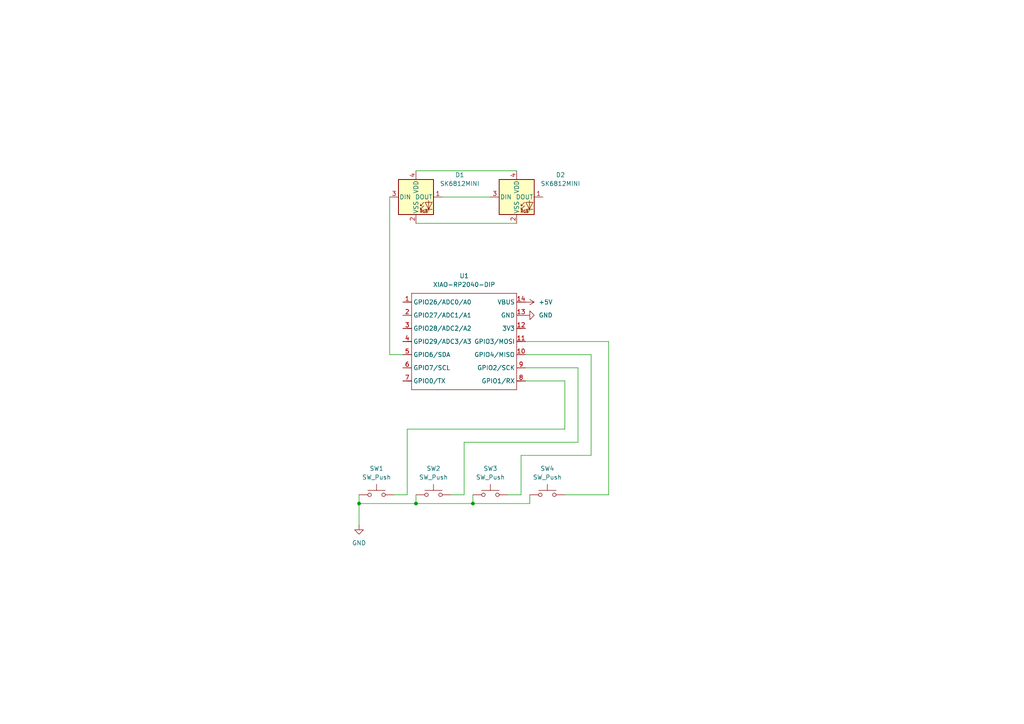
<source format=kicad_sch>
(kicad_sch (version 20250114) (generator "eeschema") (generator_version "9.0")
  (paper "A4")
  (lib_symbols
    (symbol "LED:SK6812MINI" (pin_names (offset 0.254))
      (property "Reference" "D" (at 5.08 5.715 0))
      (property "Value" "SK6812MINI" (at 1.27 -5.715 0))
      (symbol "SK6812MINI_0_0"
        (text "RGB" (at 2.286 -4.191 0) (effects (font (size 0.762 0.762))))
      )
      (symbol "SK6812MINI_0_1"
        (polyline (pts (xy 1.27 -2.54) (xy 1.778 -2.54)))
        (polyline (pts (xy 1.27 -3.556) (xy 1.778 -3.556)))
        (polyline (pts (xy 2.286 -1.524) (xy 1.27 -2.54) (xy 1.27 -2.032)))
        (polyline (pts (xy 2.286 -2.54) (xy 1.27 -3.556) (xy 1.27 -3.048)))
        (polyline (pts (xy 3.683 -1.016) (xy 3.683 -3.556) (xy 3.683 -4.064)))
        (polyline (pts (xy 4.699 -1.524) (xy 2.667 -1.524) (xy 3.683 -3.556) (xy 4.699 -1.524)))
        (polyline (pts (xy 4.699 -3.556) (xy 2.667 -3.556)))
        (rectangle (start 5.08 5.08) (end -5.08 -5.08) (stroke (width 0.254)) (fill (type background)))
      )
      (symbol "SK6812MINI_1_1"
        (pin input line (at -7.62 0 0) (length 2.54) (name "DIN") (number "3"))
        (pin power_in line (at 0 7.62 270) (length 2.54) (name "VDD") (number "4"))
        (pin power_in line (at 0 -7.62 90) (length 2.54) (name "VSS") (number "2"))
        (pin output line (at 7.62 0 180) (length 2.54) (name "DOUT") (number "1"))
      )
    )
    (symbol "OPL:XIAO-RP2040-DIP"
      (property "Reference" "U" (at 0 0 0))
      (property "Value" "XIAO-RP2040-DIP" (at 5.334 -1.778 0))
      (symbol "XIAO-RP2040-DIP_1_0"
        (polyline (pts (xy -1.27 -2.54) (xy 29.21 -2.54)) (stroke (width 0.1524)))
        (polyline (pts (xy -1.27 -5.08) (xy -2.54 -5.08)) (stroke (width 0.1524)))
        (polyline (pts (xy -1.27 -5.08) (xy -1.27 -2.54)) (stroke (width 0.1524)))
        (polyline (pts (xy -1.27 -8.89) (xy -2.54 -8.89)) (stroke (width 0.1524)))
        (polyline (pts (xy -1.27 -8.89) (xy -1.27 -5.08)) (stroke (width 0.1524)))
        (polyline (pts (xy -1.27 -12.7) (xy -2.54 -12.7)) (stroke (width 0.1524)))
        (polyline (pts (xy -1.27 -12.7) (xy -1.27 -8.89)) (stroke (width 0.1524)))
        (polyline (pts (xy -1.27 -16.51) (xy -2.54 -16.51)) (stroke (width 0.1524)))
        (polyline (pts (xy -1.27 -16.51) (xy -1.27 -12.7)) (stroke (width 0.1524)))
        (polyline (pts (xy -1.27 -20.32) (xy -2.54 -20.32)) (stroke (width 0.1524)))
        (polyline (pts (xy -1.27 -24.13) (xy -2.54 -24.13)) (stroke (width 0.1524)))
        (polyline (pts (xy -1.27 -27.94) (xy -2.54 -27.94)) (stroke (width 0.1524)))
        (polyline (pts (xy -1.27 -30.48) (xy -1.27 -16.51)) (stroke (width 0.1524)))
        (polyline (pts (xy 29.21 -2.54) (xy 29.21 -5.08)) (stroke (width 0.1524)))
        (polyline (pts (xy 29.21 -5.08) (xy 29.21 -8.89)) (stroke (width 0.1524)))
        (polyline (pts (xy 29.21 -8.89) (xy 29.21 -12.7)) (stroke (width 0.1524)))
        (polyline (pts (xy 29.21 -12.7) (xy 29.21 -30.48)) (stroke (width 0.1524)))
        (polyline (pts (xy 29.21 -30.48) (xy -1.27 -30.48)) (stroke (width 0.1524)))
        (polyline (pts (xy 30.48 -5.08) (xy 29.21 -5.08)) (stroke (width 0.1524)))
        (polyline (pts (xy 30.48 -8.89) (xy 29.21 -8.89)) (stroke (width 0.1524)))
        (polyline (pts (xy 30.48 -12.7) (xy 29.21 -12.7)) (stroke (width 0.1524)))
        (polyline (pts (xy 30.48 -16.51) (xy 29.21 -16.51)) (stroke (width 0.1524)))
        (polyline (pts (xy 30.48 -20.32) (xy 29.21 -20.32)) (stroke (width 0.1524)))
        (polyline (pts (xy 30.48 -24.13) (xy 29.21 -24.13)) (stroke (width 0.1524)))
        (polyline (pts (xy 30.48 -27.94) (xy 29.21 -27.94)) (stroke (width 0.1524)))
        (pin passive line (at -3.81 -5.08 0) (length 2.54) (name "GPIO26/ADC0/A0") (number "1"))
        (pin passive line (at -3.81 -8.89 0) (length 2.54) (name "GPIO27/ADC1/A1") (number "2"))
        (pin passive line (at -3.81 -12.7 0) (length 2.54) (name "GPIO28/ADC2/A2") (number "3"))
        (pin passive line (at -3.81 -16.51 0) (length 2.54) (name "GPIO29/ADC3/A3") (number "4"))
        (pin passive line (at -3.81 -20.32 0) (length 2.54) (name "GPIO6/SDA") (number "5"))
        (pin passive line (at -3.81 -24.13 0) (length 2.54) (name "GPIO7/SCL") (number "6"))
        (pin passive line (at -3.81 -27.94 0) (length 2.54) (name "GPIO0/TX") (number "7"))
        (pin passive line (at 31.75 -5.08 180) (length 2.54) (name "VBUS") (number "14"))
        (pin passive line (at 31.75 -8.89 180) (length 2.54) (name "GND") (number "13"))
        (pin passive line (at 31.75 -12.7 180) (length 2.54) (name "3V3") (number "12"))
        (pin passive line (at 31.75 -16.51 180) (length 2.54) (name "GPIO3/MOSI") (number "11"))
        (pin passive line (at 31.75 -20.32 180) (length 2.54) (name "GPIO4/MISO") (number "10"))
        (pin passive line (at 31.75 -24.13 180) (length 2.54) (name "GPIO2/SCK") (number "9"))
        (pin passive line (at 31.75 -27.94 180) (length 2.54) (name "GPIO1/RX") (number "8"))
      )
    )
    (symbol "Switch:SW_Push" (pin_numbers (hide yes)) (pin_names (offset 1.016) (hide yes))
      (property "Reference" "SW" (at 1.27 2.54 0))
      (property "Value" "SW_Push" (at 0 -1.524 0))
      (symbol "SW_Push_0_1"
        (circle (center -2.032 0) (radius 0.508))
        (polyline (pts (xy 0 1.27) (xy 0 3.048)))
        (circle (center 2.032 0) (radius 0.508))
        (polyline (pts (xy 2.54 1.27) (xy -2.54 1.27)))
        (pin passive line (at -5.08 0 0) (length 2.54) (name "1") (number "1"))
        (pin passive line (at 5.08 0 180) (length 2.54) (name "2") (number "2"))
      )
    )
    (symbol "power:+5V" (power) (pin_numbers (hide yes)) (pin_names (offset 0) (hide yes))
      (property "Value" "+5V" (at 0 3.556 0))
      (symbol "+5V_0_1"
        (polyline (pts (xy -0.762 1.27) (xy 0 2.54)))
        (polyline (pts (xy 0 2.54) (xy 0.762 1.27)))
        (polyline (pts (xy 0 0) (xy 0 2.54)))
      )
      (symbol "+5V_1_1"
        (pin power_in line (at 0 0 90) (length 0) (name "~") (number "1"))
      )
    )
    (symbol "power:GND" (power) (pin_numbers (hide yes)) (pin_names (offset 0) (hide yes))
      (property "Value" "GND" (at 0 -3.81 0))
      (symbol "GND_0_1"
        (polyline (pts (xy 0 0) (xy 0 -1.27) (xy 1.27 -1.27) (xy 0 -2.54) (xy -1.27 -1.27) (xy 0 -1.27)))
      )
      (symbol "GND_1_1"
        (pin power_in line (at 0 0 270) (length 0) (name "~") (number "1"))
      )
    )
  )
  (junction (at 104.14 146.05))
  (junction (at 120.65 146.05))
  (junction (at 137.16 146.05))
  (wire (pts (xy 120.65 146.05) (xy 137.16 146.05)))
  (wire (pts (xy 104.14 143.51) (xy 104.14 146.05)))
  (wire (pts (xy 120.65 49.53) (xy 149.86 49.53)))
  (wire (pts (xy 104.14 146.05) (xy 104.14 152.4)))
  (wire (pts (xy 134.62 143.51) (xy 134.62 128.27)))
  (wire (pts (xy 151.13 143.51) (xy 151.13 132.08)))
  (wire (pts (xy 113.03 57.15) (xy 113.03 102.87)))
  (wire (pts (xy 130.81 143.51) (xy 134.62 143.51)))
  (wire (pts (xy 118.11 143.51) (xy 118.11 124.46)))
  (wire (pts (xy 120.65 64.77) (xy 149.86 64.77)))
  (wire (pts (xy 120.65 146.05) (xy 104.14 146.05)))
  (wire (pts (xy 137.16 146.05) (xy 137.16 143.51)))
  (wire (pts (xy 153.67 146.05) (xy 153.67 143.51)))
  (wire (pts (xy 163.83 124.46) (xy 163.83 110.49)))
  (wire (pts (xy 147.32 143.51) (xy 151.13 143.51)))
  (wire (pts (xy 137.16 146.05) (xy 153.67 146.05)))
  (wire (pts (xy 176.53 99.06) (xy 176.53 143.51)))
  (wire (pts (xy 152.4 99.06) (xy 176.53 99.06)))
  (wire (pts (xy 134.62 128.27) (xy 167.64 128.27)))
  (wire (pts (xy 171.45 132.08) (xy 171.45 102.87)))
  (wire (pts (xy 113.03 102.87) (xy 116.84 102.87)))
  (wire (pts (xy 167.64 106.68) (xy 152.4 106.68)))
  (wire (pts (xy 176.53 143.51) (xy 163.83 143.51)))
  (wire (pts (xy 118.11 124.46) (xy 163.83 124.46)))
  (wire (pts (xy 128.27 57.15) (xy 142.24 57.15)))
  (wire (pts (xy 120.65 143.51) (xy 120.65 146.05)))
  (wire (pts (xy 163.83 110.49) (xy 152.4 110.49)))
  (wire (pts (xy 114.3 143.51) (xy 118.11 143.51)))
  (wire (pts (xy 151.13 132.08) (xy 171.45 132.08)))
  (wire (pts (xy 167.64 128.27) (xy 167.64 106.68)))
  (wire (pts (xy 171.45 102.87) (xy 152.4 102.87)))
  (symbol (lib_id "LED:SK6812MINI") (at 149.86 57.15 0) (unit 1)
    (property "Reference" "D2" (at 162.56 50.7298 0))
    (property "Value" "SK6812MINI" (at 162.56 53.2698 0))
    (property "Footprint" "LED_SMD:LED_SK6812MINI_PLCC4_3.5x3.5mm_P1.75mm" (effects (hide yes)))
    (property "Datasheet" "https://cdn-shop.adafruit.com/product-files/2686/SK6812MINI_REV.01-1-2.pdf" (effects (hide yes)))
    (property "Description" "RGB LED with integrated controller" (effects (hide yes)))
  )
  (symbol (lib_id "Switch:SW_Push") (at 125.73 143.51 0) (unit 1)
    (property "Reference" "SW2" (at 125.73 135.89 0))
    (property "Value" "SW_Push" (at 125.73 138.43 0))
    (property "Footprint" "Button_Switch_Keyboard:SW_Cherry_MX_1.00u_PCB" (effects (hide yes)))
    (property "Description" "Push button switch, generic, two pins" (effects (hide yes)))
  )
  (symbol (lib_id "Switch:SW_Push") (at 109.22 143.51 0) (unit 1)
    (property "Reference" "SW1" (at 109.22 135.89 0))
    (property "Value" "SW_Push" (at 109.22 138.43 0))
    (property "Footprint" "Button_Switch_Keyboard:SW_Cherry_MX_1.00u_PCB" (effects (hide yes)))
    (property "Description" "Push button switch, generic, two pins" (effects (hide yes)))
  )
  (symbol (lib_id "power:GND") (at 104.14 152.4 0) (unit 1)
    (property "Reference" "#PWR01" (effects (hide yes)))
    (property "Value" "GND" (at 104.14 157.48 0))
    (property "Description" "Power symbol creates a global label with name \"GND\" , ground" (effects (hide yes)))
  )
  (symbol (lib_id "Switch:SW_Push") (at 142.24 143.51 0) (unit 1)
    (property "Reference" "SW3" (at 142.24 135.89 0))
    (property "Value" "SW_Push" (at 142.24 138.43 0))
    (property "Footprint" "Button_Switch_Keyboard:SW_Cherry_MX_1.00u_PCB" (effects (hide yes)))
    (property "Description" "Push button switch, generic, two pins" (effects (hide yes)))
  )
  (symbol (lib_id "power:GND") (at 152.4 91.44 90) (unit 1)
    (property "Reference" "#PWR03" (effects (hide yes)))
    (property "Value" "GND" (at 156.21 91.4399 90) (effects (justify right)))
    (property "Description" "Power symbol creates a global label with name \"GND\" , ground" (effects (hide yes)))
  )
  (symbol (lib_id "Switch:SW_Push") (at 158.75 143.51 0) (unit 1)
    (property "Reference" "SW4" (at 158.75 135.89 0))
    (property "Value" "SW_Push" (at 158.75 138.43 0))
    (property "Footprint" "Button_Switch_Keyboard:SW_Cherry_MX_1.00u_PCB" (effects (hide yes)))
    (property "Description" "Push button switch, generic, two pins" (effects (hide yes)))
  )
  (symbol (lib_id "LED:SK6812MINI") (at 120.65 57.15 0) (unit 1)
    (property "Reference" "D1" (at 133.35 50.7298 0))
    (property "Value" "SK6812MINI" (at 133.35 53.2698 0))
    (property "Footprint" "LED_SMD:LED_SK6812MINI_PLCC4_3.5x3.5mm_P1.75mm" (effects (hide yes)))
    (property "Datasheet" "https://cdn-shop.adafruit.com/product-files/2686/SK6812MINI_REV.01-1-2.pdf" (effects (hide yes)))
    (property "Description" "RGB LED with integrated controller" (effects (hide yes)))
  )
  (symbol (lib_id "power:+5V") (at 152.4 87.63 270) (unit 1)
    (property "Reference" "#PWR02" (effects (hide yes)))
    (property "Value" "+5V" (at 156.21 87.6299 90) (effects (justify left)))
    (property "Description" "Power symbol creates a global label with name \"+5V\"" (effects (hide yes)))
  )
  (symbol (lib_id "OPL:XIAO-RP2040-DIP") (at 120.65 82.55 0) (unit 1)
    (property "Reference" "U1" (at 134.62 80.01 0))
    (property "Value" "XIAO-RP2040-DIP" (at 134.62 82.55 0))
    (property "Footprint" "OPL:XIAO-RP2040-DIP" (effects (hide yes)))
  )
)
</source>
